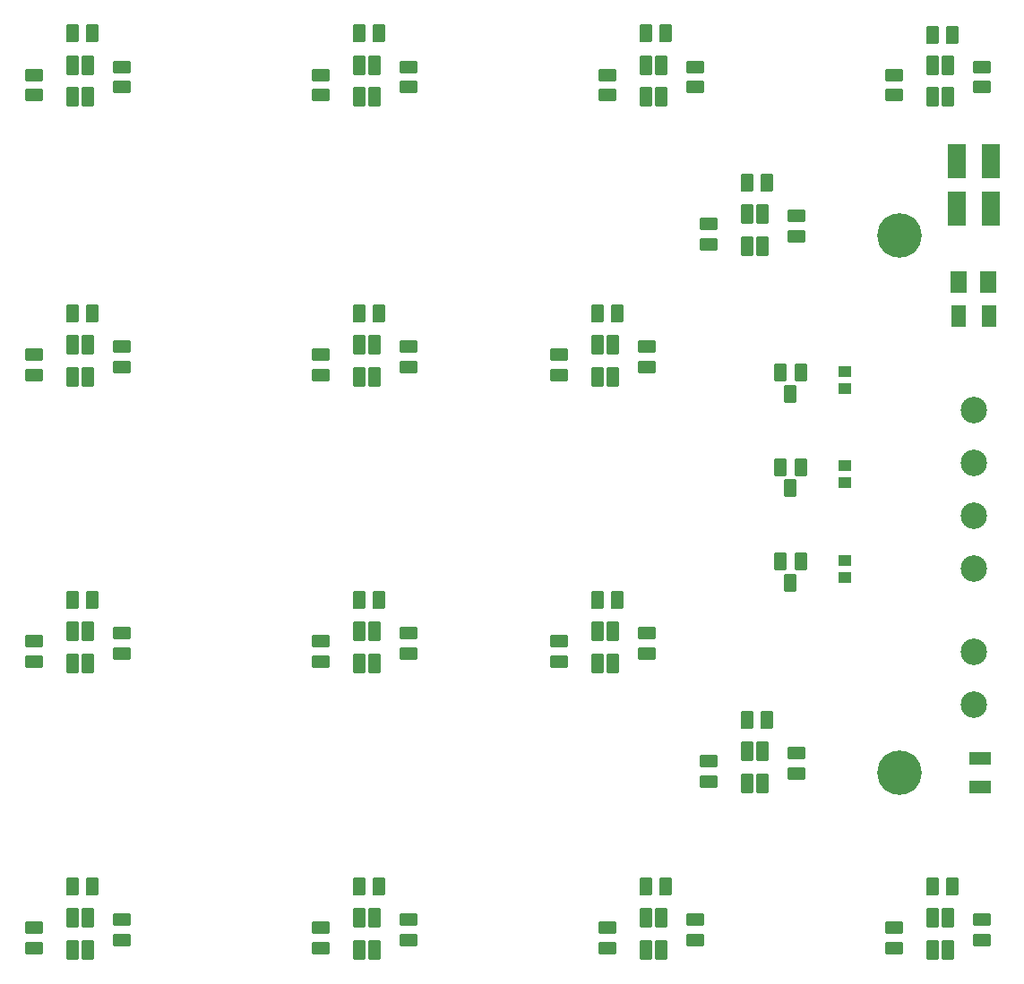
<source format=gts>
G04*
G04 #@! TF.GenerationSoftware,Altium Limited,Altium Designer,20.1.12 (249)*
G04*
G04 Layer_Color=8388736*
%FSAX25Y25*%
%MOIN*%
G70*
G04*
G04 #@! TF.SameCoordinates,CE78A03B-694A-4DC8-B1AE-BFA5CE161D15*
G04*
G04*
G04 #@! TF.FilePolarity,Negative*
G04*
G01*
G75*
%ADD26R,0.08200X0.04700*%
%ADD27R,0.05564X0.07965*%
%ADD28R,0.05918X0.07887*%
%ADD29R,0.06706X0.12611*%
G04:AMPARAMS|DCode=30|XSize=49.34mil|YSize=67.06mil|CornerRadius=8.13mil|HoleSize=0mil|Usage=FLASHONLY|Rotation=0.000|XOffset=0mil|YOffset=0mil|HoleType=Round|Shape=RoundedRectangle|*
%AMROUNDEDRECTD30*
21,1,0.04934,0.05079,0,0,0.0*
21,1,0.03307,0.06706,0,0,0.0*
1,1,0.01627,0.01654,-0.02539*
1,1,0.01627,-0.01654,-0.02539*
1,1,0.01627,-0.01654,0.02539*
1,1,0.01627,0.01654,0.02539*
%
%ADD30ROUNDEDRECTD30*%
G04:AMPARAMS|DCode=31|XSize=49.34mil|YSize=67.06mil|CornerRadius=8.13mil|HoleSize=0mil|Usage=FLASHONLY|Rotation=270.000|XOffset=0mil|YOffset=0mil|HoleType=Round|Shape=RoundedRectangle|*
%AMROUNDEDRECTD31*
21,1,0.04934,0.05079,0,0,270.0*
21,1,0.03307,0.06706,0,0,270.0*
1,1,0.01627,-0.02539,-0.01654*
1,1,0.01627,-0.02539,0.01654*
1,1,0.01627,0.02539,0.01654*
1,1,0.01627,0.02539,-0.01654*
%
%ADD31ROUNDEDRECTD31*%
%ADD32R,0.04737X0.04343*%
%ADD33R,0.04737X0.04343*%
G04:AMPARAMS|DCode=34|XSize=47.37mil|YSize=67.06mil|CornerRadius=7.94mil|HoleSize=0mil|Usage=FLASHONLY|Rotation=180.000|XOffset=0mil|YOffset=0mil|HoleType=Round|Shape=RoundedRectangle|*
%AMROUNDEDRECTD34*
21,1,0.04737,0.05118,0,0,180.0*
21,1,0.03150,0.06706,0,0,180.0*
1,1,0.01587,-0.01575,0.02559*
1,1,0.01587,0.01575,0.02559*
1,1,0.01587,0.01575,-0.02559*
1,1,0.01587,-0.01575,-0.02559*
%
%ADD34ROUNDEDRECTD34*%
G04:AMPARAMS|DCode=35|XSize=47.37mil|YSize=74.93mil|CornerRadius=7.94mil|HoleSize=0mil|Usage=FLASHONLY|Rotation=0.000|XOffset=0mil|YOffset=0mil|HoleType=Round|Shape=RoundedRectangle|*
%AMROUNDEDRECTD35*
21,1,0.04737,0.05906,0,0,0.0*
21,1,0.03150,0.07493,0,0,0.0*
1,1,0.01587,0.01575,-0.02953*
1,1,0.01587,-0.01575,-0.02953*
1,1,0.01587,-0.01575,0.02953*
1,1,0.01587,0.01575,0.02953*
%
%ADD35ROUNDEDRECTD35*%
%ADD36C,0.09855*%
%ADD37C,0.16548*%
D26*
X0370000Y-0300250D02*
D03*
Y-0289750D02*
D03*
D27*
X0361791Y-0125000D02*
D03*
X0373209D02*
D03*
D28*
X0361988Y-0112500D02*
D03*
X0373012D02*
D03*
D29*
X0361102Y-0067500D02*
D03*
X0373898D02*
D03*
X0361102Y-0085000D02*
D03*
X0373898D02*
D03*
D30*
X0352096Y-0337283D02*
D03*
X0359616D02*
D03*
X0245430D02*
D03*
X0252949D02*
D03*
X0138763D02*
D03*
X0146283D02*
D03*
X0032096D02*
D03*
X0039616D02*
D03*
X0283096Y-0275284D02*
D03*
X0290616D02*
D03*
X0227430Y-0230617D02*
D03*
X0234949D02*
D03*
X0138763D02*
D03*
X0146283D02*
D03*
X0032096D02*
D03*
X0039616D02*
D03*
X0283096Y-0075283D02*
D03*
X0290616D02*
D03*
X0227430Y-0123950D02*
D03*
X0234949D02*
D03*
X0138763D02*
D03*
X0146283D02*
D03*
X0032096D02*
D03*
X0039616D02*
D03*
X0352096Y-0020500D02*
D03*
X0359616D02*
D03*
X0245430Y-0019783D02*
D03*
X0252950D02*
D03*
X0138763D02*
D03*
X0146283D02*
D03*
X0032096D02*
D03*
X0039616D02*
D03*
D31*
X0338000Y-0352697D02*
D03*
Y-0360216D02*
D03*
X0231333Y-0352697D02*
D03*
Y-0360216D02*
D03*
X0370404Y-0349783D02*
D03*
Y-0357303D02*
D03*
X0263737Y-0349783D02*
D03*
Y-0357303D02*
D03*
X0124667Y-0352697D02*
D03*
Y-0360216D02*
D03*
X0018000Y-0352697D02*
D03*
Y-0360216D02*
D03*
X0157070Y-0349783D02*
D03*
Y-0357303D02*
D03*
X0050404D02*
D03*
Y-0349783D02*
D03*
X0269000Y-0290697D02*
D03*
Y-0298217D02*
D03*
X0213333Y-0246030D02*
D03*
Y-0253550D02*
D03*
X0124667Y-0246030D02*
D03*
Y-0253550D02*
D03*
X0301404Y-0287784D02*
D03*
Y-0295303D02*
D03*
X0245737Y-0243117D02*
D03*
Y-0250637D02*
D03*
X0157070Y-0243117D02*
D03*
Y-0250637D02*
D03*
X0018000Y-0246030D02*
D03*
Y-0253550D02*
D03*
X0269000Y-0090697D02*
D03*
Y-0098216D02*
D03*
X0213333Y-0146883D02*
D03*
Y-0139364D02*
D03*
X0050404Y-0250637D02*
D03*
Y-0243117D02*
D03*
X0301404Y-0095303D02*
D03*
Y-0087783D02*
D03*
X0245737Y-0143970D02*
D03*
Y-0136450D02*
D03*
X0124667Y-0139364D02*
D03*
Y-0146883D02*
D03*
X0018000Y-0139364D02*
D03*
Y-0146883D02*
D03*
X0338000Y-0035197D02*
D03*
Y-0042717D02*
D03*
X0157070Y-0136450D02*
D03*
Y-0143970D02*
D03*
X0050404Y-0136450D02*
D03*
Y-0143970D02*
D03*
X0370404Y-0032283D02*
D03*
Y-0039803D02*
D03*
X0231333Y-0035197D02*
D03*
Y-0042717D02*
D03*
X0124667Y-0035197D02*
D03*
Y-0042717D02*
D03*
X0018000Y-0035197D02*
D03*
Y-0042717D02*
D03*
X0263737Y-0032283D02*
D03*
Y-0039803D02*
D03*
X0157070Y-0032283D02*
D03*
Y-0039803D02*
D03*
X0050404Y-0032283D02*
D03*
Y-0039803D02*
D03*
D32*
X0319500Y-0216039D02*
D03*
Y-0180854D02*
D03*
Y-0145669D02*
D03*
D33*
Y-0222339D02*
D03*
Y-0187153D02*
D03*
Y-0151969D02*
D03*
D34*
X0299328Y-0224307D02*
D03*
X0295588Y-0216433D02*
D03*
X0303068D02*
D03*
X0299328Y-0189122D02*
D03*
X0295588Y-0181248D02*
D03*
X0303068D02*
D03*
X0299328Y-0153937D02*
D03*
X0295588Y-0146063D02*
D03*
X0303068D02*
D03*
D35*
X0357953Y-0349095D02*
D03*
X0352047D02*
D03*
Y-0360906D02*
D03*
X0357953D02*
D03*
X0251286Y-0349095D02*
D03*
X0245380D02*
D03*
Y-0360906D02*
D03*
X0251286D02*
D03*
X0144619Y-0349095D02*
D03*
X0138714D02*
D03*
Y-0360906D02*
D03*
X0144619D02*
D03*
X0037953Y-0349095D02*
D03*
X0032047D02*
D03*
Y-0360906D02*
D03*
X0037953D02*
D03*
X0288953Y-0287094D02*
D03*
X0283047D02*
D03*
Y-0298905D02*
D03*
X0288953D02*
D03*
X0233286Y-0242428D02*
D03*
X0227380D02*
D03*
Y-0254239D02*
D03*
X0233286D02*
D03*
X0144619Y-0242428D02*
D03*
X0138714D02*
D03*
Y-0254239D02*
D03*
X0144619D02*
D03*
X0037953Y-0242428D02*
D03*
X0032047D02*
D03*
Y-0254239D02*
D03*
X0037953D02*
D03*
X0288953Y-0087094D02*
D03*
X0283047D02*
D03*
Y-0098905D02*
D03*
X0288953D02*
D03*
X0233286Y-0135761D02*
D03*
X0227381D02*
D03*
Y-0147572D02*
D03*
X0233286D02*
D03*
X0144619Y-0135761D02*
D03*
X0138714D02*
D03*
Y-0147572D02*
D03*
X0144619D02*
D03*
X0037953Y-0135761D02*
D03*
X0032047D02*
D03*
Y-0147572D02*
D03*
X0037953D02*
D03*
X0357953Y-0031594D02*
D03*
X0352047D02*
D03*
Y-0043406D02*
D03*
X0357953D02*
D03*
X0251286Y-0031594D02*
D03*
X0245381D02*
D03*
Y-0043406D02*
D03*
X0251286D02*
D03*
X0144619Y-0031594D02*
D03*
X0138714D02*
D03*
Y-0043406D02*
D03*
X0144619D02*
D03*
X0037953Y-0031594D02*
D03*
X0032047D02*
D03*
Y-0043406D02*
D03*
X0037953D02*
D03*
D36*
X0367500Y-0179685D02*
D03*
Y-0160000D02*
D03*
Y-0199370D02*
D03*
Y-0219055D02*
D03*
Y-0250157D02*
D03*
Y-0269843D02*
D03*
D37*
X0340000Y-0295000D02*
D03*
Y-0095000D02*
D03*
M02*

</source>
